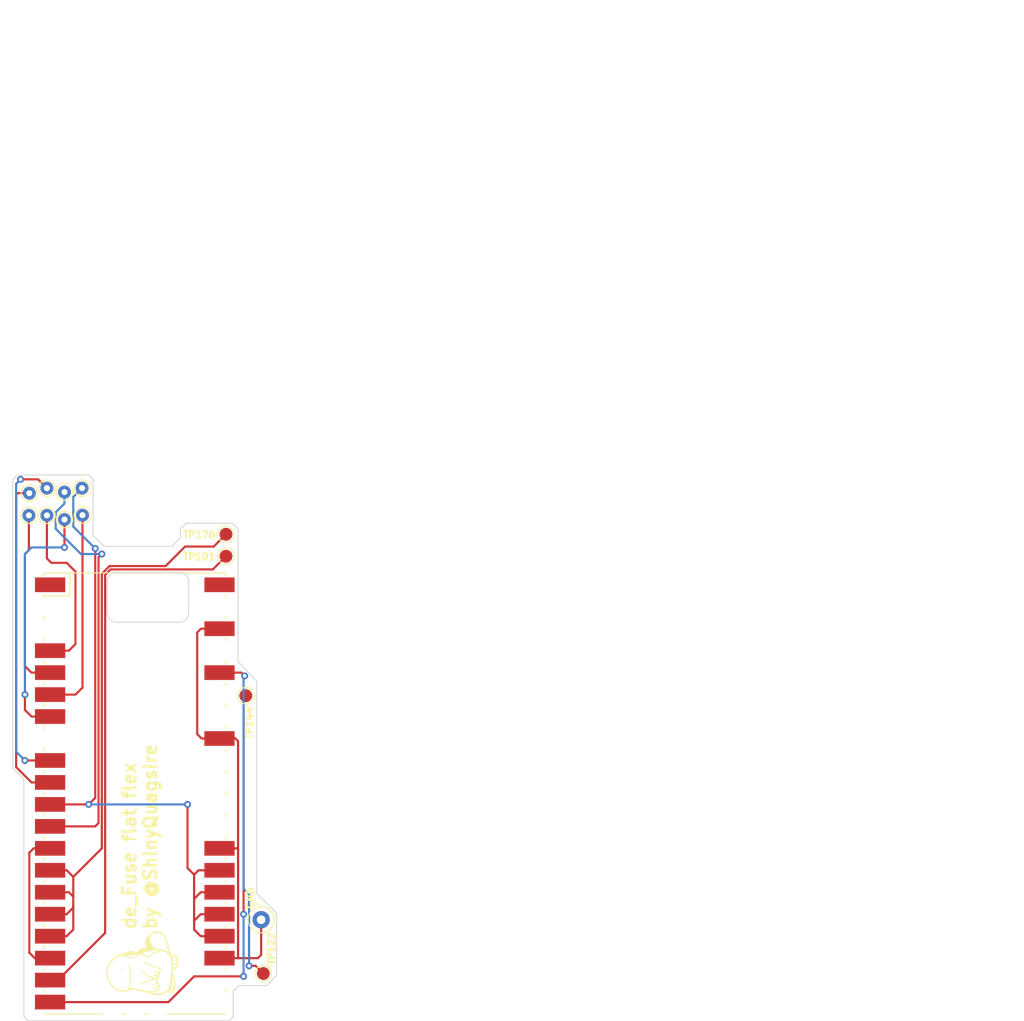
<source format=kicad_pcb>
(kicad_pcb (version 20221018) (generator pcbnew)
  (layers (0 "F.Cu" signal) (31 "B.Cu" signal) (34 "B.Paste" user) (35 "F.Paste" user) (36 "B.SilkS" user "B.Silkscreen") (37 "F.SilkS" user "F.Silkscreen") (38 "B.Mask" user) (39 "F.Mask" user) (44 "Edge.Cuts" user))
  (net 0 "")
  (footprint "TestPoint:TestPoint_THTPad_D1.5mm_Drill0.7mm" (layer "F.Cu") (at 22.0472 98.6536)
    (fp_text reference "REF**" hide)
    (fp_text value "TestPoint_THTPad_D1.5mm_Drill0.7mm" hide)
    (fp_circle (center 0 0) (end 0 0.95) (stroke (width 0.12)) (fill none) (layer "F.SilkS"))
    (pad "1" thru_hole circle (at 0 0) (size 1.5 1.5) (drill 0.7) (layers "*.Cu" "*.Mask"))
  )
  (footprint "TestPoint:TestPoint_THTPad_D1.5mm_Drill0.7mm" (layer "F.Cu") (at 28.194 95.504)
    (fp_text reference "REF**" hide)
    (fp_text value "TestPoint_THTPad_D1.5mm_Drill0.7mm" hide)
    (fp_circle (center 0 0) (end 0 0.95) (stroke (width 0.12)) (fill none) (layer "F.SilkS"))
    (pad "1" thru_hole circle (at 0 0) (size 1.5 1.5) (drill 0.7) (layers "*.Cu" "*.Mask"))
  )
  (footprint "TestPoint:TestPoint_THTPad_D1.5mm_Drill0.7mm" (layer "F.Cu") (at 26.162 95.9612)
    (fp_text reference "REF**" hide)
    (fp_text value "TestPoint_THTPad_D1.5mm_Drill0.7mm" hide)
    (fp_circle (center 0 0) (end 0 0.95) (stroke (width 0.12)) (fill none) (layer "F.SilkS"))
    (pad "1" thru_hole circle (at 0 0) (size 1.5 1.5) (drill 0.7) (layers "*.Cu" "*.Mask"))
  )
  (footprint "TestPoint:TestPoint_THTPad_D1.5mm_Drill0.7mm" (layer "F.Cu") (at 24.13 98.6536)
    (fp_text reference "REF**" hide)
    (fp_text value "TestPoint_THTPad_D1.5mm_Drill0.7mm" hide)
    (fp_circle (center 0 0) (end 0 0.95) (stroke (width 0.12)) (fill none) (layer "F.SilkS"))
    (pad "1" thru_hole circle (at 0 0) (size 1.5 1.5) (drill 0.7) (layers "*.Cu" "*.Mask"))
  )
  (footprint "TestPoint:TestPoint_THTPad_D1.5mm_Drill0.7mm" (layer "F.Cu") (at 22.098 96.0882)
    (fp_text reference "REF**" hide)
    (fp_text value "TestPoint_THTPad_D1.5mm_Drill0.7mm" hide)
    (fp_circle (center 0 0) (end 0 0.95) (stroke (width 0.12)) (fill none) (layer "F.SilkS"))
    (pad "1" thru_hole circle (at 0 0) (size 1.5 1.5) (drill 0.7) (layers "*.Cu" "*.Mask"))
  )
  (footprint "TestPoint:TestPoint_THTPad_D1.5mm_Drill0.7mm" (layer "F.Cu") (at 28.2448 98.6282)
    (fp_text reference "REF**" hide)
    (fp_text value "TestPoint_THTPad_D1.5mm_Drill0.7mm" hide)
    (fp_circle (center 0 0) (end 0 0.95) (stroke (width 0.12)) (fill none) (layer "F.SilkS"))
    (pad "1" thru_hole circle (at 0 0) (size 1.5 1.5) (drill 0.7) (layers "*.Cu" "*.Mask"))
  )
  (footprint "TestPoint:TestPoint_Pad_D1.5mm" (layer "F.Cu") (at 44.831 100.838)
    (fp_text reference "**REF" hide)
    (fp_text value "TestPoint_Pad_D1.5mm" hide)
    (fp_circle (center 0 0) (end 0 0.95) (stroke (width 0.12)) (fill none) (layer "F.SilkS"))
    (pad "1" smd circle (at 0 0) (size 1.5 1.5) (layers "F.Cu" "F.Mask"))
  )
  (footprint "LOGO" (layer "F.Cu") (at 31.9278 151.1808 90)
    (fp_text reference "" (at 0 0 90) (layer "F.SilkS") (effects (font (size 1.5 1.5) (thickness 0.3))))
    (fp_text value "LOGO" hide)
    (fp_poly (pts (xy 0.215778 0.79678) (xy 0.205535 0.867139) (xy 0.128319 0.925125) (xy 0.068481 0.899594) (xy 0.05866 0.855465) (xy 0.105891 0.774658) (xy 0.151539 0.762586)) (fill solid) (layer "F.SilkS"))
    (fp_poly (pts (xy -2.119686 0.569915) (xy -2.111779 0.609011) (xy -2.146198 0.710362) (xy -2.170439 0.733256) (xy -2.221193 0.720615) (xy -2.2291 0.681519) (xy -2.194681 0.580169) (xy -2.170439 0.557274)) (fill solid) (layer "F.SilkS"))
    (fp_poly (pts (xy -1.455759 1.453802) (xy -1.410939 1.52847) (xy -1.416652 1.553525) (xy -1.47794 1.55171) (xy -1.486067 1.544726) (xy -1.524742 1.45442) (xy -1.525174 1.445003) (xy -1.495412 1.423193)) (fill solid) (layer "F.SilkS"))
    (fp_poly (pts (xy -1.017162 1.502655) (xy -1.026559 1.525173) (xy -1.104268 1.581643) (xy -1.121474 1.583833) (xy -1.153278 1.547691) (xy -1.14388 1.525173) (xy -1.066172 1.468702) (xy -1.048966 1.466512)) (fill solid) (layer "F.SilkS"))
    (fp_poly (pts (xy 0.094385 -0.874735) (xy 0.54822 -0.728523) (xy 0.954346 -0.487892) (xy 1.300643 -0.160293) (xy 1.574989 0.246824) (xy 1.765265 0.726008) (xy 1.785253 0.801418) (xy 1.861387 1.058671) (xy 1.957163 1.317639) (xy 2.033703 1.485646) (xy 2.133332 1.731047) (xy 2.152204 1.961227) (xy 2.091033 2.219118) (xy 2.047792 2.331279) (xy 2.009157 2.438458) (xy 2.010271 2.520498) (xy 2.064354 2.610379) (xy 2.184624 2.741081) (xy 2.231083 2.78859) (xy 2.374403 2.941545) (xy 2.451619 3.057032) (xy 2.481471 3.178615) (xy 2.482697 3.349857) (xy 2.481953 3.371798) (xy 2.470834 3.687865) (xy 2.745925 3.604383) (xy 3.097897 3.534458) (xy 3.386126 3.556079) (xy 3.605894 3.668309) (xy 3.714147 3.796434) (xy 3.790653 3.874085) (xy 3.927163 3.977424) (xy 3.99158 4.019927) (xy 4.23304 4.236532) (xy 4.387868 4.512565) (xy 4.451989 4.824096) (xy 4.421325 5.147194) (xy 4.291801 5.457928) (xy 4.24789 5.524721) (xy 4.050819 5.742736) (xy 3.789185 5.922674) (xy 3.447789 6.072075) (xy 3.011433 6.19848) (xy 2.791153 6.247574) (xy 2.492287 6.314964) (xy 2.207938 6.388593) (xy 1.974 6.458644) (xy 1.846162 6.505999) (xy 1.688094 6.583333) (xy 1.616768 6.648562) (xy 1.608537 6.729307) (xy 1.617772 6.772764) (xy 1.62919 7.002843) (xy 1.552866 7.198643) (xy 1.450916 7.297763) (xy 1.315824 7.355343) (xy 1.130202 7.400164) (xy 0.931092 7.427801) (xy 0.755532 7.433829) (xy 0.640566 7.413821) (xy 0.619565 7.397097) (xy 0.535602 7.347054) (xy 0.436491 7.332563) (xy 0.263229 7.282059) (xy 0.129309 7.154943) (xy 0.068533 6.987809) (xy 0.069584 6.936772) (xy 0.259264 6.936772) (xy 0.263399 7.053444) (xy 0.325541 7.154644) (xy 0.414192 7.201443) (xy 0.463654 7.189391) (xy 0.513504 7.105557) (xy 0.527944 7.006468) (xy 0.549837 6.897917) (xy 0.590558 6.863279) (xy 0.626605 6.908787) (xy 0.616887 6.977599) (xy 0.631765 7.117711) (xy 0.705698 7.217014) (xy 0.800205 7.299366) (xy 0.867859 7.3001) (xy 0.940032 7.243247) (xy 1.0341 7.107996) (xy 1.073122 6.989167) (xy 1.089521 6.901001) (xy 1.0991 6.919136) (xy 1.10576 7.028675) (xy 1.123986 7.161251) (xy 1.177175 7.207078) (xy 1.240544 7.204657) (xy 1.388093 7.133432) (xy 1.454734 6.988319) (xy 1.443364 6.837695) (xy 1.395173 6.724999) (xy 1.320225 6.710447) (xy 1.30274 6.716555) (xy 1.197899 6.73984) (xy 1.013032 6.76466) (xy 0.785261 6.786168) (xy 0.749242 6.788841) (xy 0.513847 6.809926) (xy 0.370465 6.836892) (xy 0.293802 6.877375) (xy 0.259264 6.936772) (xy 0.069584 6.936772) (xy 0.069613 6.935359) (xy 0.06682 6.829509) (xy 0.005432 6.769745) (xy -0.130271 6.728338) (xy -0.246191 6.711042) (xy -0.377212 6.717996) (xy -0.549032 6.754073) (xy -0.787348 6.824145) (xy -0.998097 6.892898) (xy -1.338535 6.99928) (xy -1.585025 7.059266) (xy -1.750162 7.075586) (xy -1.806395 7.068164) (xy -1.989521 7.026619) (xy -2.141109 6.998189) (xy -2.438683 6.919891) (xy -2.638702 6.802189) (xy -2.731434 6.658896) (xy -2.33908 6.658896) (xy -2.320446 6.721577) (xy -2.286748 6.746583) (xy -2.224899 6.782292) (xy -2.192844 6.76893) (xy -2.169359 6.681179) (xy -2.165952 6.663262) (xy -1.998226 6.663262) (xy -1.956159 6.783133) (xy -1.862472 6.861451) (xy -1.771518 6.896824) (xy -1.699528 6.910529) (xy -1.612368 6.898779) (xy -1.475904 6.857784) (xy -1.301922 6.799233) (xy -1.095909 6.724234) (xy -0.973411 6.668521) (xy -0.94197 6.637553) (xy -1.009133 6.636786) (xy -1.099885 6.65309) (xy -1.246483 6.658332) (xy -1.451544 6.635816) (xy -1.596815 6.607183) (xy -1.781419 6.569363) (xy -1.915799 6.553029) (xy -1.963443 6.558516) (xy -1.998226 6.663262) (xy -2.165952 6.663262) (xy -2.151002 6.584642) (xy -2.140049 6.439863) (xy -2.175159 6.400942) (xy -2.24595 6.470882) (xy -2.289802 6.544461) (xy -2.33908 6.658896) (xy -2.731434 6.658896) (xy -2.736103 6.651682) (xy -2.735379 6.63924) (xy -2.546089 6.63924) (xy -2.539827 6.650319) (xy -2.494162 6.627229) (xy -2.419069 6.540707) (xy -2.342792 6.429491) (xy -2.293572 6.332319) (xy -2.28776 6.304586) (xy -2.332934 6.277295) (xy -2.344914 6.276674) (xy -2.408728 6.32294) (xy -2.479946 6.430264) (xy -2.533943 6.551434) (xy -2.546089 6.63924) (xy -2.735379 6.63924) (xy -2.725821 6.474963) (xy -2.649469 6.335971) (xy -2.573303 6.216001) (xy -2.571263 6.143454) (xy -2.607539 6.103061) (xy -2.759593 5.909666) (xy -2.869895 5.633396) (xy -2.935324 5.302152) (xy -2.95276 4.943838) (xy -2.949246 4.906541) (xy -2.787912 4.906541) (xy -2.779508 5.261113) (xy -2.678568 5.609211) (xy -2.500284 5.925361) (xy -2.25985 6.184092) (xy -1.97246 6.359932) (xy -1.906467 6.384303) (xy -1.763203 6.415125) (xy -1.531158 6.446964) (xy -1.238798 6.476642) (xy -0.914588 6.50098) (xy -0.80502 6.507321) (xy -0.497081 6.526392) (xy -0.231431 6.547848) (xy -0.029824 6.569546) (xy 0.085984 6.58934) (xy 0.104218 6.596958) (xy 0.178184 6.613843) (xy 0.34027 6.622369) (xy 0.561504 6.621483) (xy 0.674595 6.61765) (xy 0.992318 6.594438) (xy 1.232976 6.551368) (xy 1.43621 6.480595) (xy 1.48783 6.456679) (xy 1.768038 6.266905) (xy 1.777689 6.255044) (xy 1.958161 6.255044) (xy 1.994215 6.27608) (xy 2.091228 6.254437) (xy 2.166215 6.220273) (xy 2.29768 6.170746) (xy 2.467663 6.129969) (xy 2.470327 6.129506) (xy 2.952331 6.033314) (xy 3.334443 5.926012) (xy 3.634022 5.800524) (xy 3.868426 5.649774) (xy 4.032846 5.49257) (xy 4.209452 5.217551) (xy 4.272485 4.919192) (xy 4.254287 4.709009) (xy 4.158949 4.424716) (xy 3.993609 4.233129) (xy 3.75228 4.129365) (xy 3.514986 4.106235) (xy 3.187174 4.155511) (xy 2.87418 4.308371) (xy 2.654895 4.480799) (xy 2.535646 4.595141) (xy 2.463006 4.696148) (xy 2.421686 4.820969) (xy 2.396401 5.006752) (xy 2.384721 5.137345) (xy 2.335236 5.474038) (xy 2.251365 5.779665) (xy 2.143024 6.026336) (xy 2.020126 6.186159) (xy 2.008637 6.19537) (xy 1.958161 6.255044) (xy 1.777689 6.255044) (xy 1.939178 6.056583) (xy 2.072497 5.813018) (xy 2.144542 5.607034) (xy 2.150415 5.457819) (xy 2.108176 5.39454) (xy 2.063945 5.316452) (xy 2.019785 5.156083) (xy 1.985231 4.948089) (xy 1.98513 4.947249) (xy 1.953304 4.726502) (xy 1.90901 4.578775) (xy 1.830897 4.460103) (xy 1.697612 4.326522) (xy 1.672369 4.303242) (xy 1.530442 4.154395) (xy 1.434581 4.018327) (xy 1.407852 3.941881) (xy 1.409167 3.935863) (xy 1.547264 3.935863) (xy 1.586944 4.084444) (xy 1.704811 4.210135) (xy 1.784779 4.266003) (xy 1.968694 4.449491) (xy 2.077024 4.717444) (xy 2.111451 5.059468) (xy 2.12781 5.20626) (xy 2.169313 5.277335) (xy 2.179277 5.279445) (xy 2.210145 5.241173) (xy 2.224393 5.1185) (xy 2.22266 4.899645) (xy 2.21201 4.678175) (xy 2.16204 4.193873) (xy 2.063531 3.71332) (xy 1.906444 3.18791) (xy 1.900648 3.170727) (xy 1.864564 3.175519) (xy 1.795425 3.272922) (xy 1.704314 3.446847) (xy 1.691194 3.474754) (xy 1.582953 3.740573) (xy 1.547264 3.935863) (xy 1.409167 3.935863) (xy 1.432156 3.830639) (xy 1.495829 3.653465) (xy 1.583787 3.451571) (xy 1.672487 3.249598) (xy 1.735723 3.077976) (xy 1.759769 2.974113) (xy 1.720959 2.872733) (xy 1.622116 2.732872) (xy 1.552965 2.655562) (xy 1.407978 2.487992) (xy 1.331087 2.335079) (xy 1.322961 2.239263) (xy 1.409232 2.239263) (xy 1.436756 2.317715) (xy 1.50502 2.435332) (xy 1.590551 2.558812) (xy 1.669874 2.654851) (xy 1.719517 2.690145) (xy 1.724256 2.686195) (xy 1.725034 2.624709) (xy 1.721434 2.467162) (xy 1.714085 2.234708) (xy 1.703615 1.948498) (xy 1.698483 1.818475) (xy 1.685906 1.532618) (xy 1.673931 1.307806) (xy 1.66359 1.160041) (xy 1.655915 1.105325) (xy 1.653351 1.118516) (xy 1.633139 1.248205) (xy 1.589997 1.449553) (xy 1.532843 1.681308) (xy 1.526553 1.705121) (xy 1.470387 1.927966) (xy 1.428788 2.115127) (xy 1.409669 2.230573) (xy 1.409232 2.239263) (xy 1.322961 2.239263) (xy 1.316449 2.162471) (xy 1.358224 1.935817) (xy 1.403265 1.775217) (xy 1.503817 1.272125) (xy 1.525173 0.898573) (xy 1.521434 0.656472) (xy 1.502975 0.490886) (xy 1.458933 0.361072) (xy 1.378444 0.226288) (xy 1.325805 0.150859) (xy 1.025121 -0.200562) (xy 0.664195 -0.480289) (xy 0.469284 -0.592964) (xy 0.344998 -0.653237) (xy 0.223606 -0.693096) (xy 0.077148 -0.716427) (xy -0.122334 -0.727113) (xy -0.402798 -0.72904) (xy -0.506041 -0.728497) (xy -0.808468 -0.725019) (xy -1.017481 -0.716651) (xy -1.156983 -0.69932) (xy -1.250878 -0.668958) (xy -1.323069 -0.621494) (xy -1.367249 -0.581846) (xy -1.501102 -0.465346) (xy -1.680932 -0.321298) (xy -1.794109 -0.235549) (xy -2.072166 0.039683) (xy -2.273443 0.387378) (xy -2.385621 0.781972) (xy -2.405035 1.032132) (xy -2.391542 1.271099) (xy -2.336141 1.433046) (xy -2.216564 1.548394) (xy -2.010541 1.647564) (xy -1.932885 1.67711) (xy -1.720602 1.729902) (xy -1.424666 1.769879) (xy -1.078154 1.796) (xy -0.71414 1.807222) (xy -0.365702 1.802501) (xy -0.065914 1.780797) (xy 0.146651 1.74266) (xy 0.339104 1.684821) (xy 0.49883 1.631785) (xy 0.552232 1.611442) (xy 0.63035 1.592497) (xy 0.624868 1.62804) (xy 0.550762 1.681824) (xy 0.402393 1.751829) (xy 0.277947 1.799325) (xy -0.014265 1.867468) (xy -0.385052 1.904211) (xy -0.80027 1.910686) (xy -1.225773 1.888024) (xy -1.627418 1.837357) (xy -1.971058 1.759818) (xy -2.086117 1.72096) (xy -2.136456 1.725997) (xy -2.163455 1.804157) (xy -2.173565 1.976148) (xy -2.173936 2.002846) (xy -2.177137 2.138654) (xy -2.185681 2.268571) (xy -2.202846 2.413606) (xy -2.231909 2.594769) (xy -2.276149 2.833072) (xy -2.338844 3.149525) (xy -2.399457 3.448384) (xy -2.451521 3.721909) (xy -2.492588 3.971987) (xy -2.517306 4.16405) (xy -2.522075 4.240301) (xy -2.493227 4.517497) (xy -2.416085 4.765922) (xy -2.303277 4.961344) (xy -2.167431 5.079533) (xy -2.072223 5.103464) (xy -2.016395 5.091068) (xy -2.038825 5.038467) (xy -2.101553 4.967697) (xy -2.199152 4.803168) (xy -2.226507 4.659729) (xy -2.223915 4.487528) (xy -2.106515 4.70998) (xy -1.967824 4.90022) (xy -1.804743 5.012955) (xy -1.642663 5.032159) (xy -1.610953 5.022742) (xy -1.550276 4.986686) (xy -1.57575 4.934225) (xy -1.63184 4.883044) (xy -1.702062 4.7929) (xy -1.761828 4.668752) (xy -1.801607 4.54312) (xy -1.811869 4.448522) (xy -1.783082 4.417476) (xy -1.766088 4.424991) (xy -1.704709 4.513038) (xy -1.701155 4.539426) (xy -1.653763 4.646614) (xy -1.541224 4.759289) (xy -1.407999 4.841093) (xy -1.31043 4.858964) (xy -1.21447 4.788054) (xy -1.188751 4.628672) (xy -1.233081 4.386173) (xy -1.337931 4.088493) (xy -1.497142 3.681994) (xy -1.610416 3.352635) (xy -1.675115 3.10904) (xy -1.688603 2.959832) (xy -1.686609 2.948477) (xy -1.659479 2.939085) (xy -1.612532 3.028874) (xy -1.564549 3.167667) (xy -1.490208 3.393972) (xy -1.400118 3.643284) (xy -1.304142 3.891339) (xy -1.21214 4.113873) (xy -1.133976 4.28662) (xy -1.079512 4.385316) (xy -1.063961 4.399321) (xy -1.020619 4.351061) (xy -0.941748 4.224278) (xy -0.84382 4.04561) (xy -0.83642 4.031351) (xy -0.729543 3.855425) (xy -0.582051 3.652348) (xy -0.413204 3.444114) (xy -0.242261 3.252715) (xy -0.088481 3.100143) (xy 0.028878 3.008393) (xy 0.074009 2.991685) (xy 0.061642 3.031084) (xy -0.016642 3.136563) (xy -0.146059 3.289048) (xy -0.220718 3.371938) (xy -0.411202 3.597631) (xy -0.594688 3.844935) (xy -0.735713 4.065584) (xy -0.75159 4.094483) (xy -0.855472 4.326833) (xy -0.925157 4.557553) (xy -0.956279 4.759899) (xy -0.944469 4.907128) (xy -0.894573 4.970046) (xy -0.833767 4.945402) (xy -0.820861 4.888375) (xy -0.789086 4.76831) (xy -0.71214 4.619412) (xy -0.702621 4.604849) (xy -0.584768 4.428868) (xy -0.622039 4.757195) (xy -0.638116 4.951145) (xy -0.627107 5.059665) (xy -0.58413 5.112523) (xy -0.562077 5.122834) (xy -0.465931 5.114199) (xy -0.432235 5.058479) (xy -0.343189 4.802188) (xy -0.276601 4.656932) (xy -0.233532 4.623508) (xy -0.215041 4.702712) (xy -0.222186 4.89534) (xy -0.222644 4.900912) (xy -0.234842 5.084111) (xy -0.224609 5.1793) (xy -0.180617 5.215262) (xy -0.096762 5.220785) (xy 0.014616 5.194309) (xy 0.107909 5.104557) (xy 0.192309 4.936042) (xy 0.277006 4.673275) (xy 0.316647 4.524153) (xy 0.379931 4.321523) (xy 0.470329 4.088713) (xy 0.575637 3.850944) (xy 0.68365 3.633439) (xy 0.782163 3.461417) (xy 0.858971 3.360101) (xy 0.887911 3.343648) (xy 0.888278 3.391321) (xy 0.842827 3.517874) (xy 0.760842 3.69861) (xy 0.734481 3.751838) (xy 0.611329 4.026674) (xy 0.49114 4.344464) (xy 0.405556 4.617081) (xy 0.296538 4.966967) (xy 0.184972 5.206789) (xy 0.06427 5.343731) (xy -0.072155 5.384982) (xy -0.230891 5.337725) (xy -0.247092 5.329048) (xy -0.37536 5.277642) (xy -0.453956 5.269557) (xy -0.5575 5.254576) (xy -0.659268 5.21136) (xy -0.795061 5.149194) (xy -0.878301 5.124224) (xy -0.98553 5.06757) (xy -1.029364 5.021557) (xy -1.135105 4.965556) (xy -1.287876 4.980562) (xy -1.445695 5.061158) (xy -1.466513 5.077974) (xy -1.5702 5.124969) (xy -1.747438 5.168685) (xy -1.906665 5.192963) (xy -2.132569 5.204276) (xy -2.293385 5.166856) (xy -2.409523 5.063376) (xy -2.501395 4.876512) (xy -2.580734 4.620784) (xy -2.630416 4.450058) (xy -2.667715 4.361757) (xy -2.697793 4.362999) (xy -2.725812 4.460904) (xy -2.756933 4.662591) (xy -2.787912 4.906541) (xy -2.949246 4.906541) (xy -2.919084 4.586356) (xy -2.831174 4.257607) (xy -2.817714 4.223556) (xy -2.729439 3.971853) (xy -2.63674 3.646024) (xy -2.546471 3.277812) (xy -2.465488 2.898956) (xy -2.400644 2.541196) (xy -2.358795 2.236273) (xy -2.346421 2.041203) (xy -2.35995 1.793871) (xy -2.404503 1.633689) (xy -2.449077 1.567462) (xy -2.506188 1.472335) (xy -2.538461 1.325888) (xy -2.551032 1.100011) (xy -2.551733 1.005568) (xy -2.523951 0.63712) (xy -2.430616 0.325105) (xy -2.256737 0.03394) (xy -2.033529 -0.224659) (xy -1.715901 -0.505908) (xy -1.37191 -0.70389) (xy -0.961141 -0.841208) (xy -0.90793 -0.8541) (xy -0.395039 -0.919078)) (fill solid) (layer "F.SilkS"))
  )
  (footprint "TestPoint:TestPoint_Loop_D1.80mm_Drill1.0mm_Beaded" (layer "F.Cu") (at 48.895 145.415)
    (fp_text reference "REF**" hide)
    (fp_text value "TestPoint_Loop_D1.80mm_Drill1.0mm_Beaded" hide)
    (fp_circle (center 0 0) (end 1.5 0) (stroke (width 0.12)) (fill none) (layer "F.SilkS"))
    (pad "1" thru_hole circle (at 0 0) (size 2 2) (drill 1) (layers "*.Cu" "*.Mask"))
  )
  (footprint "TestPoint:TestPoint_Pad_D1.5mm" (layer "F.Cu") (at 44.831 103.378)
    (fp_text reference "REF**" hide)
    (fp_text value "TestPoint_Pad_D1.5mm" hide)
    (fp_circle (center 0 0) (end 0 0.95) (stroke (width 0.12)) (fill none) (layer "F.SilkS"))
    (pad "1" smd circle (at 0 0) (size 1.5 1.5) (layers "F.Cu" "F.Mask"))
  )
  (footprint "TestPoint:TestPoint_Pad_D1.5mm" (layer "F.Cu") (at 49.149 151.638)
    (fp_text reference "REF**" hide)
    (fp_text value "TestPoint_Pad_D1.5mm" hide)
    (fp_circle (center 0 0) (end 0 0.95) (stroke (width 0.12)) (fill none) (layer "F.SilkS"))
    (pad "1" smd circle (at 0 0) (size 1.5 1.5) (layers "F.Cu" "F.Mask"))
  )
  (footprint "TestPoint:TestPoint_THTPad_D1.5mm_Drill0.7mm" (layer "F.Cu") (at 24.13 95.504)
    (fp_text reference "REF**" hide)
    (fp_text value "TestPoint_THTPad_D1.5mm_Drill0.7mm" hide)
    (fp_circle (center 0 0) (end 0 0.95) (stroke (width 0.12)) (fill none) (layer "F.SilkS"))
    (pad "1" thru_hole circle (at 0 0) (size 1.5 1.5) (drill 0.7) (layers "*.Cu" "*.Mask"))
  )
  (footprint "TestPoint:TestPoint_Pad_D1.5mm" (layer "F.Cu") (at 47.117 119.507)
    (fp_text reference "REF**" hide)
    (fp_text value "TestPoint_Pad_D1.5mm" hide)
    (fp_circle (center 0 0) (end 0 0.95) (stroke (width 0.12)) (fill none) (layer "F.SilkS"))
    (pad "1" smd circle (at 0 0) (size 1.5 1.5) (layers "F.Cu" "F.Mask"))
  )
  (footprint "CustomFootprints:RPi_Pico_SMD_TH_Custom" (layer "F.Cu") (at 34.29 130.81)
    (fp_text reference "REF**" hide)
    (fp_text value "RPi_Pico_SMD_TH_Custom" hide)
    (fp_line (start -10.5 -25.5) (end -10.5 -25.2) (stroke (width 0.12)) (layer "F.SilkS"))
    (fp_line (start -10.5 -25.5) (end 10.5 -25.5) (stroke (width 0.12)) (layer "F.SilkS"))
    (fp_line (start -10.5 -23.1) (end -10.5 -22.7) (stroke (width 0.12)) (layer "F.SilkS"))
    (fp_line (start -10.5 -22.833) (end -7.493 -22.833) (stroke (width 0.12)) (layer "F.SilkS"))
    (fp_line (start -10.5 -20.5) (end -10.5 -20.1) (stroke (width 0.12)) (layer "F.SilkS"))
    (fp_line (start -10.5 -18) (end -10.5 -17.6) (stroke (width 0.12)) (layer "F.SilkS"))
    (fp_line (start -10.5 -15.4) (end -10.5 -15) (stroke (width 0.12)) (layer "F.SilkS"))
    (fp_line (start -10.5 -12.9) (end -10.5 -12.5) (stroke (width 0.12)) (layer "F.SilkS"))
    (fp_line (start -10.5 -10.4) (end -10.5 -10) (stroke (width 0.12)) (layer "F.SilkS"))
    (fp_line (start -10.5 -7.8) (end -10.5 -7.4) (stroke (width 0.12)) (layer "F.SilkS"))
    (fp_line (start -10.5 -5.3) (end -10.5 -4.9) (stroke (width 0.12)) (layer "F.SilkS"))
    (fp_line (start -10.5 -2.7) (end -10.5 -2.3) (stroke (width 0.12)) (layer "F.SilkS"))
    (fp_line (start -10.5 -0.2) (end -10.5 0.2) (stroke (width 0.12)) (layer "F.SilkS"))
    (fp_line (start -10.5 2.3) (end -10.5 2.7) (stroke (width 0.12)) (layer "F.SilkS"))
    (fp_line (start -10.5 4.9) (end -10.5 5.3) (stroke (width 0.12)) (layer "F.SilkS"))
    (fp_line (start -10.5 7.4) (end -10.5 7.8) (stroke (width 0.12)) (layer "F.SilkS"))
    (fp_line (start -10.5 10) (end -10.5 10.4) (stroke (width 0.12)) (layer "F.SilkS"))
    (fp_line (start -10.5 12.5) (end -10.5 12.9) (stroke (width 0.12)) (layer "F.SilkS"))
    (fp_line (start -10.5 15.1) (end -10.5 15.5) (stroke (width 0.12)) (layer "F.SilkS"))
    (fp_line (start -10.5 17.6) (end -10.5 18) (stroke (width 0.12)) (layer "F.SilkS"))
    (fp_line (start -10.5 20.1) (end -10.5 20.5) (stroke (width 0.12)) (layer "F.SilkS"))
    (fp_line (start -10.5 22.7) (end -10.5 23.1) (stroke (width 0.12)) (layer "F.SilkS"))
    (fp_line (start -7.493 -22.833) (end -7.493 -25.5) (stroke (width 0.12)) (layer "F.SilkS"))
    (fp_line (start -3.7 25.5) (end -10.5 25.5) (stroke (width 0.12)) (layer "F.SilkS"))
    (fp_line (start -1.5 25.5) (end -1.1 25.5) (stroke (width 0.12)) (layer "F.SilkS"))
    (fp_line (start 1.1 25.5) (end 1.5 25.5) (stroke (width 0.12)) (layer "F.SilkS"))
    (fp_line (start 10.5 -25.5) (end 10.5 -25.2) (stroke (width 0.12)) (layer "F.SilkS"))
    (fp_line (start 10.5 -23.1) (end 10.5 -22.7) (stroke (width 0.12)) (layer "F.SilkS"))
    (fp_line (start 10.5 -20.5) (end 10.5 -20.1) (stroke (width 0.12)) (layer "F.SilkS"))
    (fp_line (start 10.5 -18) (end 10.5 -17.6) (stroke (width 0.12)) (layer "F.SilkS"))
    (fp_line (start 10.5 -15.4) (end 10.5 -15) (stroke (width 0.12)) (layer "F.SilkS"))
    (fp_line (start 10.5 -12.9) (end 10.5 -12.5) (stroke (width 0.12)) (layer "F.SilkS"))
    (fp_line (start 10.5 -10.4) (end 10.5 -10) (stroke (width 0.12)) (layer "F.SilkS"))
    (fp_line (start 10.5 -7.8) (end 10.5 -7.4) (stroke (width 0.12)) (layer "F.SilkS"))
    (fp_line (start 10.5 -5.3) (end 10.5 -4.9) (stroke (width 0.12)) (layer "F.SilkS"))
    (fp_line (start 10.5 -2.7) (end 10.5 -2.3) (stroke (width 0.12)) (layer "F.SilkS"))
    (fp_line (start 10.5 -0.2) (end 10.5 0.2) (stroke (width 0.12)) (layer "F.SilkS"))
    (fp_line (start 10.5 2.3) (end 10.5 2.7) (stroke (width 0.12)) (layer "F.SilkS"))
    (fp_line (start 10.5 4.9) (end 10.5 5.3) (stroke (width 0.12)) (layer "F.SilkS"))
    (fp_line (start 10.5 7.4) (end 10.5 7.8) (stroke (width 0.12)) (layer "F.SilkS"))
    (fp_line (start 10.5 10) (end 10.5 10.4) (stroke (width 0.12)) (layer "F.SilkS"))
    (fp_line (start 10.5 12.5) (end 10.5 12.9) (stroke (width 0.12)) (layer "F.SilkS"))
    (fp_line (start 10.5 15.1) (end 10.5 15.5) (stroke (width 0.12)) (layer "F.SilkS"))
    (fp_line (start 10.5 17.6) (end 10.5 18) (stroke (width 0.12)) (layer "F.SilkS"))
    (fp_line (start 10.5 20.1) (end 10.5 20.5) (stroke (width 0.12)) (layer "F.SilkS"))
    (fp_line (start 10.5 22.7) (end 10.5 23.1) (stroke (width 0.12)) (layer "F.SilkS"))
    (fp_line (start 10.5 25.5) (end 3.7 25.5) (stroke (width 0.12)) (layer "F.SilkS"))
    (pad "1" smd rect (at -8.89 -24.13) (size 3.5 1.7) (drill (offset -0.9 0)) (layers "F.Cu" "F.Mask"))
    (pad "4" smd rect (at -8.89 -16.51) (size 3.5 1.7) (drill (offset -0.9 0)) (layers "F.Cu" "F.Mask"))
    (pad "5" smd rect (at -8.89 -13.97) (size 3.5 1.7) (drill (offset -0.9 0)) (layers "F.Cu" "F.Mask"))
    (pad "6" smd rect (at -8.89 -11.43) (size 3.5 1.7) (drill (offset -0.9 0)) (layers "F.Cu" "F.Mask"))
    (pad "7" smd rect (at -8.89 -8.89) (size 3.5 1.7) (drill (offset -0.9 0)) (layers "F.Cu" "F.Mask"))
    (pad "9" smd rect (at -8.89 -3.81) (size 3.5 1.7) (drill (offset -0.9 0)) (layers "F.Cu" "F.Mask"))
    (pad "10" smd rect (at -8.89 -1.27) (size 3.5 1.7) (drill (offset -0.9 0)) (layers "F.Cu" "F.Mask"))
    (pad "11" smd rect (at -8.89 1.27) (size 3.5 1.7) (drill (offset -0.9 0)) (layers "F.Cu" "F.Mask"))
    (pad "12" smd rect (at -8.89 3.81) (size 3.5 1.7) (drill (offset -0.9 0)) (layers "F.Cu" "F.Mask"))
    (pad "13" smd rect (at -8.89 6.35) (size 3.5 1.7) (drill (offset -0.9 0)) (layers "F.Cu" "F.Mask"))
    (pad "14" smd rect (at -8.89 8.89) (size 3.5 1.7) (drill (offset -0.9 0)) (layers "F.Cu" "F.Mask"))
    (pad "15" smd rect (at -8.89 11.43) (size 3.5 1.7) (drill (offset -0.9 0)) (layers "F.Cu" "F.Mask"))
    (pad "16" smd rect (at -8.89 13.97) (size 3.5 1.7) (drill (offset -0.9 0)) (layers "F.Cu" "F.Mask"))
    (pad "17" smd rect (at -8.89 16.51) (size 3.5 1.7) (drill (offset -0.9 0)) (layers "F.Cu" "F.Mask"))
    (pad "18" smd rect (at -8.89 19.05) (size 3.5 1.7) (drill (offset -0.9 0)) (layers "F.Cu" "F.Mask"))
    (pad "19" smd rect (at -8.89 21.59) (size 3.5 1.7) (drill (offset -0.9 0)) (layers "F.Cu" "F.Mask"))
    (pad "20" smd rect (at -8.89 24.13) (size 3.5 1.7) (drill (offset -0.9 0)) (layers "F.Cu" "F.Mask"))
    (pad "23" smd rect (at 8.89 19.05) (size 3.5 1.7) (drill (offset 0.9 0)) (layers "F.Cu" "F.Mask"))
    (pad "24" smd rect (at 8.89 16.51) (size 3.5 1.7) (drill (offset 0.9 0)) (layers "F.Cu" "F.Mask"))
    (pad "25" smd rect (at 8.89 13.97) (size 3.5 1.7) (drill (offset 0.9 0)) (layers "F.Cu" "F.Mask"))
    (pad "26" smd rect (at 8.89 11.43) (size 3.5 1.7) (drill (offset 0.9 0)) (layers "F.Cu" "F.Mask"))
    (pad "27" smd rect (at 8.89 8.89) (size 3.5 1.7) (drill (offset 0.9 0)) (layers "F.Cu" "F.Mask"))
    (pad "28" smd rect (at 8.89 6.35) (size 3.5 1.7) (drill (offset 0.9 0)) (layers "F.Cu" "F.Mask"))
    (pad "33" smd rect (at 8.89 -6.35) (size 3.5 1.7) (drill (offset 0.9 0)) (layers "F.Cu" "F.Mask"))
    (pad "36" smd rect (at 8.89 -13.97) (size 3.5 1.7) (drill (offset 0.9 0)) (layers "F.Cu" "F.Mask"))
    (pad "38" smd rect (at 8.89 -19.05) (size 3.5 1.7) (drill (offset 0.9 0)) (layers "F.Cu" "F.Mask"))
    (pad "40" smd rect (at 8.89 -24.13) (size 3.5 1.7) (drill (offset 0.9 0)) (layers "F.Cu" "F.Mask"))
  )
  (footprint "TestPoint:TestPoint_THTPad_D1.5mm_Drill0.7mm" (layer "F.Cu") (at 26.162 99.1362)
    (fp_text reference "REF**" hide)
    (fp_text value "TestPoint_THTPad_D1.5mm_Drill0.7mm" hide)
    (fp_circle (center 0 0) (end 0 0.95) (stroke (width 0.12)) (fill none) (layer "F.SilkS"))
    (pad "1" thru_hole circle (at 0 0) (size 1.5 1.5) (drill 0.7) (layers "*.Cu" "*.Mask"))
  )
  (gr_line (start 43.815 100.838) (end 43.6118 100.838) (stroke (width 0.15)) (layer "F.SilkS"))
  (gr_line (start 47.117 120.4976) (end 47.371 120.8405) (stroke (width 0.15)) (layer "F.SilkS"))
  (gr_line (start 43.815 103.378) (end 43.6118 103.378) (stroke (width 0.15)) (layer "F.SilkS"))
  (gr_line (start 48.8188 143.891) (end 48.3108 143.4592) (stroke (width 0.15)) (layer "F.SilkS"))
  (gr_line (start 49.8094 150.9014) (end 50.0888 150.6728) (stroke (width 0.15)) (layer "F.SilkS"))
  (gr_arc (start 39.513 105.283) (mid 40.220107 105.575893) (end 40.513 106.283) (stroke (width 0.1)) (layer "Edge.Cuts"))
  (gr_line (start 50.673 151.892) (end 49.53 153.035) (stroke (width 0.1)) (layer "Edge.Cuts"))
  (gr_line (start 39.5605 101.219) (end 38.608 102.235) (stroke (width 0.1)) (layer "Edge.Cuts"))
  (gr_line (start 45.212 157.099) (end 21.971 157.099) (stroke (width 0.1)) (layer "Edge.Cuts"))
  (gr_line (start 21.463 156.591) (end 21.463 129.159) (stroke (width 0.1)) (layer "Edge.Cuts"))
  (gr_line (start 29.464 94.488) (end 29.464 100.965) (stroke (width 0.1)) (layer "Edge.Cuts"))
  (gr_line (start 46.228 115.57) (end 48.387 117.856) (stroke (width 0.1)) (layer "Edge.Cuts"))
  (gr_line (start 39.5605 100.203) (end 39.5605 101.219) (stroke (width 0.1)) (layer "Edge.Cuts"))
  (gr_line (start 29.464 100.965) (end 30.734 102.235) (stroke (width 0.1)) (layer "Edge.Cuts"))
  (gr_line (start 28.956 93.98) (end 29.464 94.488) (stroke (width 0.1)) (layer "Edge.Cuts"))
  (gr_line (start 40.1955 99.568) (end 39.5605 100.203) (stroke (width 0.1)) (layer "Edge.Cuts"))
  (gr_line (start 45.593 99.568) (end 40.1955 99.568) (stroke (width 0.1)) (layer "Edge.Cuts"))
  (gr_line (start 45.6692 153.67) (end 45.6692 156.591) (stroke (width 0.1)) (layer "Edge.Cuts"))
  (gr_line (start 20.193 127.889) (end 20.193 94.488) (stroke (width 0.1)) (layer "Edge.Cuts"))
  (gr_line (start 50.673 144.653) (end 50.673 151.892) (stroke (width 0.1)) (layer "Edge.Cuts"))
  (gr_arc (start 31.115 106.283) (mid 31.407893 105.575893) (end 32.115 105.283) (stroke (width 0.1)) (layer "Edge.Cuts"))
  (gr_line (start 46.355 153.035) (end 45.6692 153.67) (stroke (width 0.1)) (layer "Edge.Cuts"))
  (gr_line (start 48.387 121.3358) (end 48.387 121.5898) (stroke (width 0.1)) (layer "Edge.Cuts"))
  (gr_line (start 31.115 109.998) (end 31.115 106.283) (stroke (width 0.1)) (layer "Edge.Cuts"))
  (gr_line (start 30.734 102.235) (end 38.608 102.235) (stroke (width 0.1)) (layer "Edge.Cuts"))
  (gr_arc (start 40.513 109.998) (mid 40.220107 110.705107) (end 39.513 110.998) (stroke (width 0.1)) (layer "Edge.Cuts"))
  (gr_line (start 21.971 157.099) (end 21.463 156.591) (stroke (width 0.1)) (layer "Edge.Cuts"))
  (gr_line (start 20.193 94.488) (end 20.701 93.98) (stroke (width 0.1)) (layer "Edge.Cuts"))
  (gr_line (start 46.228 100.203) (end 46.228 115.57) (stroke (width 0.1)) (layer "Edge.Cuts"))
  (gr_line (start 32.115 105.283) (end 39.513 105.283) (stroke (width 0.1)) (layer "Edge.Cuts"))
  (gr_line (start 40.513 106.283) (end 40.513 109.998) (stroke (width 0.1)) (layer "Edge.Cuts"))
  (gr_line (start 49.53 153.035) (end 46.355 153.035) (stroke (width 0.1)) (layer "Edge.Cuts"))
  (gr_line (start 45.212 157.099) (end 45.6692 156.591) (stroke (width 0.1)) (layer "Edge.Cuts"))
  (gr_line (start 48.387 117.856) (end 48.387 121.3358) (stroke (width 0.1)) (layer "Edge.Cuts"))
  (gr_line (start 48.387 142.367) (end 50.673 144.653) (stroke (width 0.1)) (layer "Edge.Cuts"))
  (gr_line (start 39.513 110.998) (end 32.115 110.998) (stroke (width 0.1)) (layer "Edge.Cuts"))
  (gr_arc (start 32.115 110.998) (mid 31.407893 110.705107) (end 31.115 109.998) (stroke (width 0.1)) (layer "Edge.Cuts"))
  (gr_line (start 21.463 129.159) (end 20.193 127.889) (stroke (width 0.1)) (layer "Edge.Cuts"))
  (gr_line (start 48.387 121.5898) (end 48.387 142.367) (stroke (width 0.1)) (layer "Edge.Cuts"))
  (gr_line (start 20.701 93.98) (end 28.956 93.98) (stroke (width 0.1)) (layer "Edge.Cuts"))
  (gr_line (start 45.593 99.568) (end 46.228 100.203) (stroke (width 0.1)) (layer "Edge.Cuts"))
  (gr_text "TP144" (at 48.006 124.6632 90) (layer "F.SilkS") (effects (font (size 0.8 0.8) (thickness 0.2) bold) (justify left bottom)))
  (gr_text "by @ShinyQuagsire" (at 36.957 146.685 90) (layer "F.SilkS") (effects (font (size 1.5 1.5) (thickness 0.3) bold) (justify left bottom)))
  (gr_text "de_Fuse flat flex" (at 34.544 146.685 90) (layer "F.SilkS") (effects (font (size 1.5 1.5) (thickness 0.3) bold) (justify left bottom)))
  (gr_text "TP101" (at 39.751 103.886) (layer "F.SilkS") (effects (font (size 0.8 0.8) (thickness 0.2) bold) (justify left bottom)))
  (gr_text "GND" (at 48.133 144.272 90) (layer "F.SilkS") (effects (font (size 0.8 0.8) (thickness 0.2) bold) (justify left bottom)))
  (gr_text "TP122" (at 50.546 150.749 90) (layer "F.SilkS") (effects (font (size 0.8 0.8) (thickness 0.2) bold) (justify left bottom)))
  (gr_text "TP176" (at 39.751 101.346) (layer "F.SilkS") (effects (font (size 0.8 0.8) (thickness 0.2) bold) (justify left bottom)))
  (segment (start 21.59 103.124) (end 22.0472 102.6668) (width 0.25) (layer "F.Cu") (net 0))
  (segment (start 29.718 131.318) (end 28.956 132.08) (width 0.25) (layer "F.Cu") (net 0))
  (segment (start 41.148 143.002) (end 41.148 145.542) (width 0.25) (layer "F.Cu") (net 0))
  (segment (start 22.352 121.92) (end 25.4 121.92) (width 0.25) (layer "F.Cu") (net 0))
  (segment (start 25.4 139.7) (end 26.416 139.7) (width 0.25) (layer "F.Cu") (net 0))
  (segment (start 22.0472 102.6668) (end 22.0472 98.6536) (width 0.25) (layer "F.Cu") (net 0))
  (segment (start 27.432 119.38) (end 28.2448 118.5672) (width 0.25) (layer "F.Cu") (net 0))
  (segment (start 48.514 149.86) (end 48.895 149.479) (width 0.25) (layer "F.Cu") (net 0))
  (segment (start 27.178 143.764) (end 27.178 144.018) (width 0.25) (layer "F.Cu") (net 0))
  (segment (start 31.496 104.902) (end 43.307 104.902) (width 0.25) (layer "F.Cu") (net 0))
  (segment (start 26.416 144.78) (end 25.4 144.78) (width 0.25) (layer "F.Cu") (net 0))
  (segment (start 43.18 139.7) (end 41.656 139.7) (width 0.25) (layer "F.Cu") (net 0))
  (segment (start 27.178 144.018) (end 26.416 144.78) (width 0.25) (layer "F.Cu") (net 0))
  (segment (start 26.416 147.32) (end 27.178 146.558) (width 0.25) (layer "F.Cu") (net 0))
  (segment (start 41.9354 111.76) (end 41.5036 112.1918) (width 0.25) (layer "F.Cu") (net 0))
  (segment (start 46.863 144.78) (end 46.863 119.888) (width 0.25) (layer "F.Cu") (net 0))
  (segment (start 46.101 137.16) (end 46.228 137.287) (width 0.25) (layer "F.Cu") (net 0))
  (segment (start 28.2448 118.5672) (end 28.2448 98.6282) (width 0.25) (layer "F.Cu") (net 0))
  (segment (start 29.718 134.62) (end 25.4 134.62) (width 0.25) (layer "F.Cu") (net 0))
  (segment (start 37.846 104.521) (end 40.1066 102.2604) (width 0.25) (layer "F.Cu") (net 0))
  (segment (start 46.863 151.9682) (end 41.148 151.9682) (width 0.25) (layer "F.Cu") (net 0))
  (segment (start 22.352 129.54) (end 20.574 127.762) (width 0.25) (layer "F.Cu") (net 0))
  (segment (start 26.67 142.24) (end 27.178 142.748) (width 0.25) (layer "F.Cu") (net 0))
  (segment (start 40.386 139.446) (end 41.148 140.208) (width 0.25) (layer "F.Cu") (net 0))
  (segment (start 29.718 102.489) (end 29.718 131.318) (width 0.25) (layer "F.Cu") (net 0))
  (segment (start 26.162 99.1362) (end 26.162 102.362) (width 0.25) (layer "F.Cu") (net 0))
  (segment (start 30.48 103.124) (end 30.099 103.505) (width 0.25) (layer "F.Cu") (net 0))
  (segment (start 47.498 150.749) (end 48.26 150.749) (width 0.25) (layer "F.Cu") (net 0))
  (segment (start 27.432 113.538) (end 27.432 105.156) (width 0.25) (layer "F.Cu") (net 0))
  (segment (start 27.178 140.462) (end 30.48 137.16) (width 0.25) (layer "F.Cu") (net 0))
  (segment (start 25.4 147.32) (end 26.416 147.32) (width 0.25) (layer "F.Cu") (net 0))
  (segment (start 30.48 105.41) (end 31.369 104.521) (width 0.25) (layer "F.Cu") (net 0))
  (segment (start 30.48 137.16) (end 30.48 105.41) (width 0.25) (layer "F.Cu") (net 0))
  (segment (start 28.956 132.08) (end 25.4 132.08) (width 0.25) (layer "F.Cu") (net 0))
  (segment (start 27.178 142.748) (end 27.178 143.764) (width 0.25) (layer "F.Cu") (net 0))
  (segment (start 21.59 116.078) (end 21.59 103.124) (width 0.25) (layer "F.Cu") (net 0))
  (segment (start 30.099 103.505) (end 30.099 134.239) (width 0.25) (layer "F.Cu") (net 0))
  (segment (start 25.4 129.54) (end 22.352 129.54) (width 0.25) (layer "F.Cu") (net 0))
  (segment (start 43.18 137.16) (end 46.101 137.16) (width 0.25) (layer "F.Cu") (net 0))
  (segment (start 25.4 114.3) (end 26.67 114.3) (width 0.25) (layer "F.Cu") (net 0))
  (segment (start 46.99 117.221) (end 46.609 116.84) (width 0.25) (layer "F.Cu") (net 0))
  (segment (start 48.895 149.479) (end 48.895 146.177) (width 0.25) (layer "F.Cu") (net 0))
  (segment (start 41.148 145.542) (end 41.148 146.558) (width 0.25) (layer "F.Cu") (net 0))
  (segment (start 25.4 152.4) (end 30.861 146.939) (width 0.25) (layer "F.Cu") (net 0))
  (segment (start 22.733 149.86) (end 25.4 149.86) (width 0.25) (layer "F.Cu") (net 0))
  (segment (start 21.59 121.158) (end 22.352 121.92) (width 0.25) (layer "F.Cu") (net 0))
  (segment (start 22.098 149.225) (end 22.733 149.86) (width 0.25) (layer "F.Cu") (net 0))
  (segment (start 40.386 132.08) (end 40.386 139.446) (width 0.25) (layer "F.Cu") (net 0))
  (segment (start 46.228 124.7648) (end 46.228 137.287) (width 0.25) (layer "F.Cu") (net 0))
  (segment (start 43.18 142.24) (end 41.91 142.24) (width 0.25) (layer "F.Cu") (net 0))
  (segment (start 25.4 137.16) (end 22.606 137.16) (width 0.25) (layer "F.Cu") (net 0))
  (segment (start 25.4 142.24) (end 26.67 142.24) (width 0.25) (layer "F.Cu") (net 0))
  (segment (start 46.863 119.888) (end 47.244 119.507) (width 0.25) (layer "F.Cu") (net 0))
  (segment (start 30.099 134.239) (end 29.718 134.62) (width 0.25) (layer "F.Cu") (net 0))
  (segment (start 21.082 94.488) (end 23.114 94.488) (width 0.25) (layer "F.Cu") (net 0))
  (segment (start 38.1762 154.94) (end 25.4 154.94) (width 0.25) (layer "F.Cu") (net 0))
  (segment (start 41.5036 112.1918) (end 41.5036 123.952) (width 0.25) (layer "F.Cu") (net 0))
  (segment (start 43.18 144.78) (end 41.91 144.78) (width 0.25) (layer "F.Cu") (net 0))
  (segment (start 24.638 104.14) (end 24.13 103.632) (width 0.25) (layer "F.Cu") (net 0))
  (segment (start 27.178 146.558) (end 27.178 143.764) (width 0.25) (layer "F.Cu") (net 0))
  (segment (start 43.18 111.76) (end 41.9354 111.76) (width 0.25) (layer "F.Cu") (net 0))
  (segment (start 21.59 119.38) (end 21.59 121.158) (width 0.25) (layer "F.Cu") (net 0))
  (segment (start 22.098 137.668) (end 22.098 149.225) (width 0.25) (layer "F.Cu") (net 0))
  (segment (start 30.861 146.939) (end 30.861 105.537) (width 0.25) (layer "F.Cu") (net 0))
  (segment (start 48.26 150.749) (end 49.149 151.638) (width 0.25) (layer "F.Cu") (net 0))
  (segment (start 40.1066 102.2604) (end 43.4086 102.2604) (width 0.25) (layer "F.Cu") (net 0))
  (segment (start 43.2308 124.4092) (end 45.8724 124.4092) (width 0.25) (layer "F.Cu") (net 0))
  (segment (start 21.59 127) (end 25.4 127) (width 0.25) (layer "F.Cu") (net 0))
  (segment (start 25.4 116.84) (end 22.352 116.84) (width 0.25) (layer "F.Cu") (net 0))
  (segment (start 46.228 137.922) (end 46.228 149.86) (width 0.25) (layer "F.Cu") (net 0))
  (segment (start 20.574 127.762) (end 20.574 96.266) (width 0.25) (layer "F.Cu") (net 0))
  (segment (start 25.4 119.38) (end 27.432 119.38) (width 0.25) (layer "F.Cu") (net 0))
  (segment (start 26.416 139.7) (end 27.178 140.462) (width 0.25) (layer "F.Cu") (net 0))
  (segment (start 41.148 146.558) (end 41.91 147.32) (width 0.25) (layer "F.Cu") (net 0))
  (segment (start 20.574 96.266) (end 20.7518 96.0882) (width 0.25) (layer "F.Cu") (net 0))
  (segment (start 41.91 147.32) (end 43.18 147.32) (width 0.25) (layer "F.Cu") (net 0))
  (segment (start 41.5036 123.952) (end 42.0116 124.46) (width 0.25) (layer "F.Cu") (net 0))
  (segment (start 22.352 116.84) (end 21.59 116.078) (width 0.25) (layer "F.Cu") (net 0))
  (segment (start 48.895 146.177) (end 49.657 145.415) (width 0.25) (layer "F.Cu") (net 0))
  (segment (start 27.432 105.156) (end 26.416 104.14) (width 0.25) (layer "F.Cu") (net 0))
  (segment (start 41.656 139.7) (end 41.148 140.208) (width 0.25) (layer "F.Cu") (net 0))
  (segment (start 27.178 140.462) (end 27.178 142.748) (width 0.25) (layer "F.Cu") (net 0))
  (segment (start 45.8724 124.4092) (end 46.228 124.7648) (width 0.25) (layer "F.Cu") (net 0))
  (segment (start 43.18 124.46) (end 43.2308 124.4092) (width 0.25) (layer "F.Cu") (net 0))
  (segment (start 41.148 140.208) (end 41.148 143.002) (width 0.25) (layer "F.Cu") (net 0))
  (segment (start 43.18 149.86) (end 48.514 149.86) (width 0.25) (layer "F.Cu") (net 0))
  (segment (start 20.7518 96.0882) (end 22.098 96.0882) (width 0.25) (layer "F.Cu") (net 0))
  (segment (start 41.91 142.24) (end 41.148 143.002) (width 0.25) (layer "F.Cu") (net 0))
  (segment (start 24.13 103.632) (end 24.13 98.6536) (width 0.25) (layer "F.Cu") (net 0))
  (segment (start 26.67 114.3) (end 27.432 113.538) (width 0.25) (layer "F.Cu") (net 0))
  (segment (start 41.91 144.78) (end 41.148 145.542) (width 0.25) (layer "F.Cu") (net 0))
  (segment (start 23.114 94.488) (end 24.13 95.504) (width 0.25) (layer "F.Cu") (net 0))
  (segment (start 42.0116 124.46) (end 43.18 124.46) (width 0.25) (layer "F.Cu") (net 0))
  (segment (start 22.606 137.16) (end 22.098 137.668) (width 0.25) (layer "F.Cu") (net 0))
  (segment (start 46.609 116.84) (end 43.18 116.84) (width 0.25) (layer "F.Cu") (net 0))
  (segment (start 43.4086 102.2604) (end 44.831 100.838) (width 0.25) (layer "F.Cu") (net 0))
  (segment (start 31.369 104.521) (end 37.846 104.521) (width 0.25) (layer "F.Cu") (net 0))
  (segment (start 43.307 104.902) (end 44.831 103.378) (width 0.25) (layer "F.Cu") (net 0))
  (segment (start 26.416 104.14) (end 24.638 104.14) (width 0.25) (layer "F.Cu") (net 0))
  (segment (start 41.148 151.9682) (end 38.1762 154.94) (width 0.25) (layer "F.Cu") (net 0))
  (segment (start 30.861 105.537) (end 31.496 104.902) (width 0.25) (layer "F.Cu") (net 0))
  (segment (start 46.228 137.287) (end 46.228 137.922) (width 0.25) (layer "F.Cu") (net 0))
  (via (at 21.59 127) (size 0.8) (drill 0.4) (layers "F.Cu" "B.Cu") (net 0))
  (via (at 29.718 102.489) (size 0.8) (drill 0.4) (layers "F.Cu" "B.Cu") (net 0))
  (via (at 30.48 103.124) (size 0.8) (drill 0.4) (layers "F.Cu" "B.Cu") (net 0))
  (via (at 46.863 151.9682) (size 0.8) (drill 0.4) (layers "F.Cu" "B.Cu") (net 0))
  (via (at 28.956 132.08) (size 0.8) (drill 0.4) (layers "F.Cu" "B.Cu") (net 0))
  (via (at 21.082 94.488) (size 0.8) (drill 0.4) (layers "F.Cu" "B.Cu") (net 0))
  (via (at 40.386 132.08) (size 0.8) (drill 0.4) (layers "F.Cu" "B.Cu") (net 0))
  (via (at 26.162 102.362) (size 0.8) (drill 0.4) (layers "F.Cu" "B.Cu") (net 0))
  (via (at 46.863 144.78) (size 0.8) (drill 0.4) (layers "F.Cu" "B.Cu") (net 0))
  (via (at 47.498 150.749) (size 0.8) (drill 0.4) (layers "F.Cu" "B.Cu") (net 0))
  (via (at 46.99 117.221) (size 0.8) (drill 0.4) (layers "F.Cu" "B.Cu") (net 0))
  (via (at 21.59 119.38) (size 0.8) (drill 0.4) (layers "F.Cu" "B.Cu") (net 0))
  (segment (start 20.574 125.984) (end 21.59 127) (width 0.25) (layer "B.Cu") (net 0))
  (segment (start 46.863 141.8336) (end 46.863 117.348) (width 0.25) (layer "B.Cu") (net 0))
  (segment (start 20.574 94.996) (end 20.574 125.984) (width 0.25) (layer "B.Cu") (net 0))
  (segment (start 46.863 151.9682) (end 46.863 144.78) (width 0.25) (layer "B.Cu") (net 0))
  (segment (start 47.498 142.4686) (end 46.863 141.8336) (width 0.25) (layer "B.Cu") (net 0))
  (segment (start 25.146 100.203) (end 25.146 98.298) (width 0.25) (layer "B.Cu") (net 0))
  (segment (start 27.178 96.52) (end 28.194 95.504) (width 0.25) (layer "B.Cu") (net 0))
  (segment (start 26.162 97.282) (end 26.162 95.9612) (width 0.25) (layer "B.Cu") (net 0))
  (segment (start 22.352 102.362) (end 26.162 102.362) (width 0.25) (layer "B.Cu") (net 0))
  (segment (start 21.082 94.488) (end 20.574 94.996) (width 0.25) (layer "B.Cu") (net 0))
  (segment (start 28.956 132.08) (end 40.386 132.08) (width 0.25) (layer "B.Cu") (net 0))
  (segment (start 29.718 102.489) (end 27.178 99.949) (width 0.25) (layer "B.Cu") (net 0))
  (segment (start 46.863 117.348) (end 46.99 117.221) (width 0.25) (layer "B.Cu") (net 0))
  (segment (start 25.146 98.298) (end 26.162 97.282) (width 0.25) (layer "B.Cu") (net 0))
  (segment (start 28.067 103.124) (end 25.146 100.203) (width 0.25) (layer "B.Cu") (net 0))
  (segment (start 21.59 119.38) (end 21.59 103.124) (width 0.25) (layer "B.Cu") (net 0))
  (segment (start 27.178 99.949) (end 27.178 96.52) (width 0.25) (layer "B.Cu") (net 0))
  (segment (start 47.498 150.749) (end 47.498 142.4686) (width 0.25) (layer "B.Cu") (net 0))
  (segment (start 30.48 103.124) (end 28.067 103.124) (width 0.25) (layer "B.Cu") (net 0))
  (segment (start 21.59 103.124) (end 22.352 102.362) (width 0.25) (layer "B.Cu") (net 0))
)
</source>
